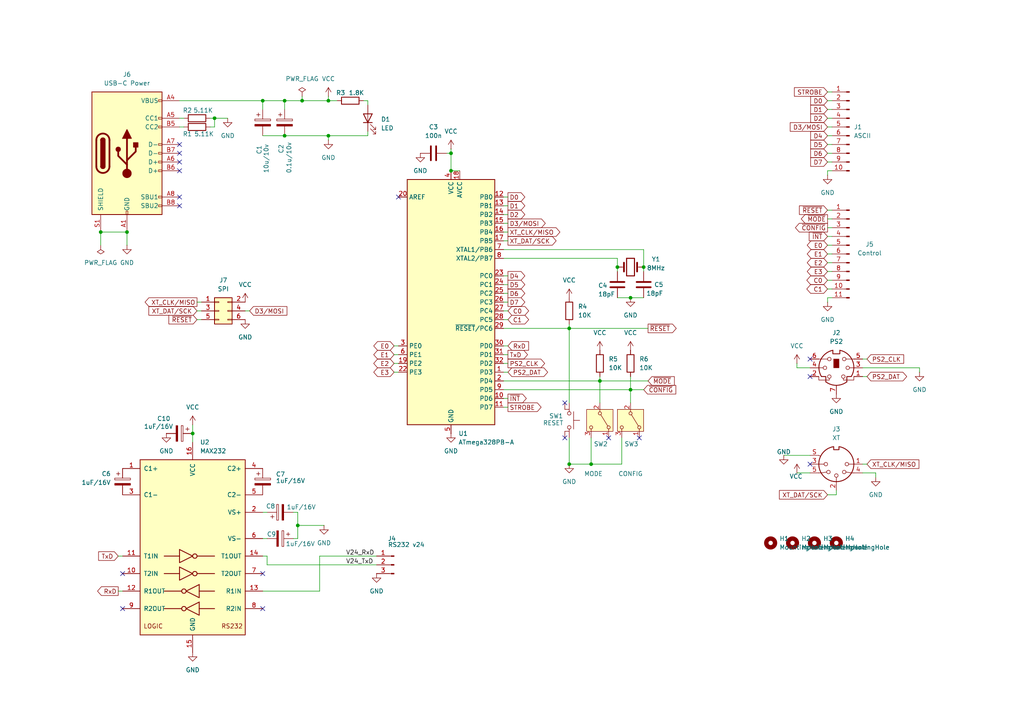
<source format=kicad_sch>
(kicad_sch (version 20250114) (generator "eeschema") (generator_version "9.0")
  (paper "A4")
  (title_block (title "PS/2 to ascii keyboard converter") (rev "0.1") (company "Copyright 2025, Sporos Tech, Peter de Vroomen") (comment 1 "with pstwo2ascii. If not, see https://www.gnu.org/licenses/") (comment 2 "You should have received a copy of the GNU General Public License along ") (comment 3 "Licensed under GPLv3") (comment 4 "pstwo2ascii"))
  (lib_symbols
    (symbol "Connector:Conn_01x03_Pin" (pin_names (offset 1.016) (hide yes))
      (property "Reference" "J" (at 0 5.08 0))
      (property "Value" "Conn_01x03_Pin" (at 0 -5.08 0))
      (symbol "Conn_01x03_Pin_1_1"
        (pin passive line (at 5.08 2.54 180) (length 3.81) (name "Pin_1") (number "1"))
        (pin passive line (at 5.08 0 180) (length 3.81) (name "Pin_2") (number "2"))
        (pin passive line (at 5.08 -2.54 180) (length 3.81) (name "Pin_3") (number "3"))
      )
    )
    (symbol "Connector:Conn_01x10_Pin" (pin_names (offset 1.016) (hide yes))
      (property "Reference" "J" (at 0 12.7 0))
      (property "Value" "Conn_01x10_Pin" (at 0 -15.24 0))
      (symbol "Conn_01x10_Pin_1_1"
        (pin passive line (at 5.08 10.16 180) (length 3.81) (name "Pin_1") (number "1"))
        (pin passive line (at 5.08 7.62 180) (length 3.81) (name "Pin_2") (number "2"))
        (pin passive line (at 5.08 5.08 180) (length 3.81) (name "Pin_3") (number "3"))
        (pin passive line (at 5.08 2.54 180) (length 3.81) (name "Pin_4") (number "4"))
        (pin passive line (at 5.08 0 180) (length 3.81) (name "Pin_5") (number "5"))
        (pin passive line (at 5.08 -2.54 180) (length 3.81) (name "Pin_6") (number "6"))
        (pin passive line (at 5.08 -5.08 180) (length 3.81) (name "Pin_7") (number "7"))
        (pin passive line (at 5.08 -7.62 180) (length 3.81) (name "Pin_8") (number "8"))
        (pin passive line (at 5.08 -10.16 180) (length 3.81) (name "Pin_9") (number "9"))
        (pin passive line (at 5.08 -12.7 180) (length 3.81) (name "Pin_10") (number "10"))
      )
    )
    (symbol "Connector:Conn_01x11_Pin" (pin_names (offset 1.016) (hide yes))
      (property "Reference" "J" (at 0 15.24 0))
      (property "Value" "Conn_01x11_Pin" (at 0 -15.24 0))
      (symbol "Conn_01x11_Pin_1_1"
        (pin passive line (at 5.08 12.7 180) (length 3.81) (name "Pin_1") (number "1"))
        (pin passive line (at 5.08 10.16 180) (length 3.81) (name "Pin_2") (number "2"))
        (pin passive line (at 5.08 7.62 180) (length 3.81) (name "Pin_3") (number "3"))
        (pin passive line (at 5.08 5.08 180) (length 3.81) (name "Pin_4") (number "4"))
        (pin passive line (at 5.08 2.54 180) (length 3.81) (name "Pin_5") (number "5"))
        (pin passive line (at 5.08 0 180) (length 3.81) (name "Pin_6") (number "6"))
        (pin passive line (at 5.08 -2.54 180) (length 3.81) (name "Pin_7") (number "7"))
        (pin passive line (at 5.08 -5.08 180) (length 3.81) (name "Pin_8") (number "8"))
        (pin passive line (at 5.08 -7.62 180) (length 3.81) (name "Pin_9") (number "9"))
        (pin passive line (at 5.08 -10.16 180) (length 3.81) (name "Pin_10") (number "10"))
        (pin passive line (at 5.08 -12.7 180) (length 3.81) (name "Pin_11") (number "11"))
      )
    )
    (symbol "Connector:DIN-5_180degree" (pin_names (offset 1.016))
      (property "Reference" "J" (at 3.175 5.715 0))
      (property "Value" "DIN-5_180degree" (at 0 -6.35 0))
      (symbol "DIN-5_180degree_1_1"
        (pin passive line (at -7.62 2.54 0) (length 2.54) (name "~") (number "4"))
        (pin passive line (at -7.62 0 0) (length 2.54) (name "~") (number "1"))
        (pin passive line (at 0 7.62 270) (length 2.54) (name "~") (number "2"))
        (pin passive line (at 7.62 2.54 180) (length 2.54) (name "~") (number "5"))
        (pin passive line (at 7.62 0 180) (length 2.54) (name "~") (number "3"))
        (pin passive line (at 7.62 -2.54 180) (length 2.54) (name "~") (number "S"))
      )
    )
    (symbol "Connector:USB_C_Receptacle_USB2.0_16P" (pin_names (offset 1.016))
      (property "Reference" "J" (at 0 22.225 0))
      (property "Value" "USB_C_Receptacle_USB2.0_16P" (at 0 19.685 0))
      (symbol "USB_C_Receptacle_USB2.0_16P_1_1"
        (pin passive line (at -7.62 -22.86 90) (length 5.08) (name "SHIELD") (number "S1"))
        (pin passive line (at 0 -22.86 90) (length 5.08) (name "GND") (number "A1"))
        (pin passive line (at 0 -22.86 90) (length 5.08) (hide yes) (name "GND") (number "A12"))
        (pin passive line (at 0 -22.86 90) (length 5.08) (hide yes) (name "GND") (number "B1"))
        (pin passive line (at 0 -22.86 90) (length 5.08) (hide yes) (name "GND") (number "B12"))
        (pin passive line (at 15.24 15.24 180) (length 5.08) (name "VBUS") (number "A4"))
        (pin passive line (at 15.24 15.24 180) (length 5.08) (hide yes) (name "VBUS") (number "A9"))
        (pin passive line (at 15.24 15.24 180) (length 5.08) (hide yes) (name "VBUS") (number "B4"))
        (pin passive line (at 15.24 15.24 180) (length 5.08) (hide yes) (name "VBUS") (number "B9"))
        (pin bidirectional line (at 15.24 10.16 180) (length 5.08) (name "CC1") (number "A5"))
        (pin bidirectional line (at 15.24 7.62 180) (length 5.08) (name "CC2") (number "B5"))
        (pin bidirectional line (at 15.24 2.54 180) (length 5.08) (name "D-") (number "A7"))
        (pin bidirectional line (at 15.24 0 180) (length 5.08) (name "D-") (number "B7"))
        (pin bidirectional line (at 15.24 -2.54 180) (length 5.08) (name "D+") (number "A6"))
        (pin bidirectional line (at 15.24 -5.08 180) (length 5.08) (name "D+") (number "B6"))
        (pin bidirectional line (at 15.24 -12.7 180) (length 5.08) (name "SBU1") (number "A8"))
        (pin bidirectional line (at 15.24 -15.24 180) (length 5.08) (name "SBU2") (number "B8"))
      )
    )
    (symbol "Connector_Generic:Conn_02x03_Odd_Even" (pin_names (offset 1.016) (hide yes))
      (property "Reference" "J" (at 1.27 5.08 0))
      (property "Value" "Conn_02x03_Odd_Even" (at 1.27 -5.08 0))
      (symbol "Conn_02x03_Odd_Even_1_1"
        (pin passive line (at -5.08 2.54 0) (length 3.81) (name "Pin_1") (number "1"))
        (pin passive line (at -5.08 0 0) (length 3.81) (name "Pin_3") (number "3"))
        (pin passive line (at -5.08 -2.54 0) (length 3.81) (name "Pin_5") (number "5"))
        (pin passive line (at 7.62 2.54 180) (length 3.81) (name "Pin_2") (number "2"))
        (pin passive line (at 7.62 0 180) (length 3.81) (name "Pin_4") (number "4"))
        (pin passive line (at 7.62 -2.54 180) (length 3.81) (name "Pin_6") (number "6"))
      )
    )
    (symbol "Device:C" (pin_numbers (hide yes)) (pin_names (offset 0.254))
      (property "Reference" "C" (at 0.635 2.54 0))
      (property "Value" "C" (at 0.635 -2.54 0))
      (symbol "C_1_1"
        (pin passive line (at 0 3.81 270) (length 2.794) (name "~") (number "1"))
        (pin passive line (at 0 -3.81 90) (length 2.794) (name "~") (number "2"))
      )
    )
    (symbol "Device:C_Polarized" (pin_numbers (hide yes)) (pin_names (offset 0.254))
      (property "Reference" "C" (at 0.635 2.54 0))
      (property "Value" "C_Polarized" (at 0.635 -2.54 0))
      (symbol "C_Polarized_1_1"
        (pin passive line (at 0 3.81 270) (length 2.794) (name "~") (number "1"))
        (pin passive line (at 0 -3.81 90) (length 2.794) (name "~") (number "2"))
      )
    )
    (symbol "Device:Crystal" (pin_numbers (hide yes)) (pin_names (offset 1.016) (hide yes))
      (property "Reference" "Y" (at 0 3.81 0))
      (property "Value" "Crystal" (at 0 -3.81 0))
      (symbol "Crystal_1_1"
        (pin passive line (at -3.81 0 0) (length 1.27) (name "1") (number "1"))
        (pin passive line (at 3.81 0 180) (length 1.27) (name "2") (number "2"))
      )
    )
    (symbol "Device:LED" (pin_numbers (hide yes)) (pin_names (offset 1.016) (hide yes))
      (property "Reference" "D" (at 0 2.54 0))
      (property "Value" "LED" (at 0 -2.54 0))
      (symbol "LED_1_1"
        (pin passive line (at -3.81 0 0) (length 2.54) (name "K") (number "1"))
        (pin passive line (at 3.81 0 180) (length 2.54) (name "A") (number "2"))
      )
    )
    (symbol "Device:R" (pin_numbers (hide yes)) (pin_names (offset 0))
      (property "Reference" "R" (at 2.032 0 90))
      (property "Value" "R" (at 0 0 90))
      (symbol "R_1_1"
        (pin passive line (at 0 3.81 270) (length 1.27) (name "~") (number "1"))
        (pin passive line (at 0 -3.81 90) (length 1.27) (name "~") (number "2"))
      )
    )
    (symbol "Interface_UART:MAX232" (pin_names (offset 1.016))
      (property "Reference" "U" (at -2.54 28.575 0))
      (property "Value" "MAX232" (at -2.54 26.67 0))
      (symbol "MAX232_0_0"
        (text "LOGIC" (at -11.43 -22.86 0) (effects (font (size 1.27 1.27))))
        (text "RS232" (at 11.43 -22.86 0) (effects (font (size 1.27 1.27))))
      )
      (symbol "MAX232_1_1"
        (pin passive line (at -20.32 22.86 0) (length 5.08) (name "C1+") (number "1"))
        (pin passive line (at -20.32 15.24 0) (length 5.08) (name "C1-") (number "3"))
        (pin input line (at -20.32 -2.54 0) (length 5.08) (name "T1IN") (number "11"))
        (pin input line (at -20.32 -7.62 0) (length 5.08) (name "T2IN") (number "10"))
        (pin output line (at -20.32 -12.7 0) (length 5.08) (name "R1OUT") (number "12"))
        (pin output line (at -20.32 -17.78 0) (length 5.08) (name "R2OUT") (number "9"))
        (pin power_in line (at 0 30.48 270) (length 5.08) (name "VCC") (number "16"))
        (pin power_in line (at 0 -30.48 90) (length 5.08) (name "GND") (number "15"))
        (pin passive line (at 20.32 22.86 180) (length 5.08) (name "C2+") (number "4"))
        (pin passive line (at 20.32 15.24 180) (length 5.08) (name "C2-") (number "5"))
        (pin power_out line (at 20.32 10.16 180) (length 5.08) (name "VS+") (number "2"))
        (pin power_out line (at 20.32 2.54 180) (length 5.08) (name "VS-") (number "6"))
        (pin output line (at 20.32 -2.54 180) (length 5.08) (name "T1OUT") (number "14"))
        (pin output line (at 20.32 -7.62 180) (length 5.08) (name "T2OUT") (number "7"))
        (pin input line (at 20.32 -12.7 180) (length 5.08) (name "R1IN") (number "13"))
        (pin input line (at 20.32 -17.78 180) (length 5.08) (name "R2IN") (number "8"))
      )
    )
    (symbol "MCU_Microchip_ATmega:ATmega328PB-A"
      (property "Reference" "U" (at -12.7 36.83 0))
      (property "Value" "ATmega328PB-A" (at 2.54 -36.83 0))
      (symbol "ATmega328PB-A_1_1"
        (pin passive line (at -15.24 30.48 0) (length 2.54) (name "AREF") (number "20"))
        (pin bidirectional line (at -15.24 -12.7 0) (length 2.54) (name "PE0") (number "3"))
        (pin bidirectional line (at -15.24 -15.24 0) (length 2.54) (name "PE1") (number "6"))
        (pin bidirectional line (at -15.24 -17.78 0) (length 2.54) (name "PE2") (number "19"))
        (pin bidirectional line (at -15.24 -20.32 0) (length 2.54) (name "PE3") (number "22"))
        (pin power_in line (at 0 38.1 270) (length 2.54) (name "VCC") (number "4"))
        (pin passive line (at 0 -38.1 90) (length 2.54) (hide yes) (name "GND") (number "21"))
        (pin power_in line (at 0 -38.1 90) (length 2.54) (name "GND") (number "5"))
        (pin power_in line (at 2.54 38.1 270) (length 2.54) (name "AVCC") (number "18"))
        (pin bidirectional line (at 15.24 30.48 180) (length 2.54) (name "PB0") (number "12"))
        (pin bidirectional line (at 15.24 27.94 180) (length 2.54) (name "PB1") (number "13"))
        (pin bidirectional line (at 15.24 25.4 180) (length 2.54) (name "PB2") (number "14"))
        (pin bidirectional line (at 15.24 22.86 180) (length 2.54) (name "PB3") (number "15"))
        (pin bidirectional line (at 15.24 20.32 180) (length 2.54) (name "PB4") (number "16"))
        (pin bidirectional line (at 15.24 17.78 180) (length 2.54) (name "PB5") (number "17"))
        (pin bidirectional line (at 15.24 15.24 180) (length 2.54) (name "XTAL1/PB6") (number "7"))
        (pin bidirectional line (at 15.24 12.7 180) (length 2.54) (name "XTAL2/PB7") (number "8"))
        (pin bidirectional line (at 15.24 7.62 180) (length 2.54) (name "PC0") (number "23"))
        (pin bidirectional line (at 15.24 5.08 180) (length 2.54) (name "PC1") (number "24"))
        (pin bidirectional line (at 15.24 2.54 180) (length 2.54) (name "PC2") (number "25"))
        (pin bidirectional line (at 15.24 0 180) (length 2.54) (name "PC3") (number "26"))
        (pin bidirectional line (at 15.24 -2.54 180) (length 2.54) (name "PC4") (number "27"))
        (pin bidirectional line (at 15.24 -5.08 180) (length 2.54) (name "PC5") (number "28"))
        (pin bidirectional line (at 15.24 -7.62 180) (length 2.54) (name "~{RESET}/PC6") (number "29"))
        (pin bidirectional line (at 15.24 -12.7 180) (length 2.54) (name "PD0") (number "30"))
        (pin bidirectional line (at 15.24 -15.24 180) (length 2.54) (name "PD1") (number "31"))
        (pin bidirectional line (at 15.24 -17.78 180) (length 2.54) (name "PD2") (number "32"))
        (pin bidirectional line (at 15.24 -20.32 180) (length 2.54) (name "PD3") (number "1"))
        (pin bidirectional line (at 15.24 -22.86 180) (length 2.54) (name "PD4") (number "2"))
        (pin bidirectional line (at 15.24 -25.4 180) (length 2.54) (name "PD5") (number "9"))
        (pin bidirectional line (at 15.24 -27.94 180) (length 2.54) (name "PD6") (number "10"))
        (pin bidirectional line (at 15.24 -30.48 180) (length 2.54) (name "PD7") (number "11"))
      )
    )
    (symbol "Mechanical:MountingHole" (pin_names (offset 1.016)) (exclude_from_sim yes) (in_bom no)
      (property "Reference" "H" (at 0 5.08 0))
      (property "Value" "MountingHole" (at 0 3.175 0))
    )
    (symbol "Sporos_Tech:Mini-DIN-6-alt" (pin_names (offset 1.016))
      (property "Reference" "J" (at 0 6.35 0))
      (property "Value" "Mini-DIN-6-alt" (at 0.254 -6.096 0))
      (symbol "Mini-DIN-6-alt_1_1"
        (pin passive line (at -7.62 2.54 0) (length 2.54) (name "~") (number "6"))
        (pin passive line (at -7.62 0 0) (length 2.54) (name "~") (number "4"))
        (pin passive line (at -7.62 -2.54 0) (length 2.54) (name "~") (number "2"))
        (pin passive line (at 0 -7.62 90) (length 2.54) (name "") (number "7"))
        (pin passive line (at 7.62 2.54 180) (length 2.54) (name "~") (number "5"))
        (pin passive line (at 7.62 0 180) (length 2.54) (name "~") (number "3"))
        (pin passive line (at 7.62 -2.54 180) (length 2.54) (name "~") (number "1"))
      )
    )
    (symbol "Sporos_Tech:SW_Push_4P" (pin_numbers (hide yes)) (pin_names (offset 1.016) (hide yes))
      (property "Reference" "SW" (at 1.27 2.54 0))
      (property "Value" "SW_Push" (at 0 -4.826 0))
      (symbol "SW_Push_4P_1_1"
        (pin passive line (at -5.08 0 0) (length 2.54) (name "1") (number "1"))
        (pin passive line (at -5.08 -1.27 0) (length 1.905) (name "2") (number "2"))
        (pin passive line (at 5.08 0 180) (length 2.54) (name "3") (number "3"))
        (pin passive line (at 5.08 -1.27 180) (length 1.905) (name "4") (number "4"))
      )
    )
    (symbol "Switch:SW_SPDT" (pin_names (offset 0) (hide yes))
      (property "Reference" "SW" (at 0 5.08 0))
      (property "Value" "SW_SPDT" (at 0 -5.08 0))
      (symbol "SW_SPDT_1_1"
        (pin passive line (at -5.08 0 0) (length 2.54) (name "B") (number "2"))
        (pin passive line (at 5.08 2.54 180) (length 2.54) (name "A") (number "1"))
        (pin passive line (at 5.08 -2.54 180) (length 2.54) (name "C") (number "3"))
      )
    )
    (symbol "power:GND" (power) (pin_numbers (hide yes)) (pin_names (offset 0) (hide yes))
      (property "Value" "GND" (at 0 -3.81 0))
      (symbol "GND_1_1"
        (pin power_in line (at 0 0 270) (length 0) (name "~") (number "1"))
      )
    )
    (symbol "power:PWR_FLAG" (power) (pin_numbers (hide yes)) (pin_names (offset 0) (hide yes))
      (property "Value" "PWR_FLAG" (at 0 3.81 0))
      (symbol "PWR_FLAG_0_0"
        (pin power_out line (at 0 0 90) (length 0) (name "~") (number "1"))
      )
    )
    (symbol "power:VCC" (power) (pin_numbers (hide yes)) (pin_names (offset 0) (hide yes))
      (property "Value" "VCC" (at 0 3.556 0))
      (symbol "VCC_1_1"
        (pin power_in line (at 0 0 90) (length 0) (name "~") (number "1"))
      )
    )
  )
  (junction (at 55.88 125.73))
  (junction (at 165.1 95.25))
  (junction (at 173.99 110.49))
  (junction (at 82.55 29.21))
  (junction (at 95.25 29.21))
  (junction (at 130.81 44.45))
  (junction (at 29.21 67.31))
  (junction (at 82.55 39.37))
  (junction (at 86.36 152.4))
  (junction (at 186.69 77.47))
  (junction (at 95.25 39.37))
  (junction (at 62.23 34.29))
  (junction (at 165.1 134.62))
  (junction (at 87.63 29.21))
  (junction (at 182.88 113.03))
  (junction (at 36.83 67.31))
  (junction (at 179.07 77.47))
  (junction (at 76.2 29.21))
  (junction (at 182.88 86.36))
  (junction (at 171.45 134.62))
  (junction (at 130.81 49.53))
  (no_connect (at 163.83 127))
  (no_connect (at 163.83 116.84))
  (no_connect (at 185.42 127))
  (no_connect (at 35.56 166.37))
  (no_connect (at 234.95 109.22))
  (no_connect (at 115.57 57.15))
  (no_connect (at 52.07 59.69))
  (no_connect (at 35.56 176.53))
  (no_connect (at 52.07 44.45))
  (no_connect (at 234.95 104.14))
  (no_connect (at 52.07 46.99))
  (no_connect (at 76.2 166.37))
  (no_connect (at 76.2 176.53))
  (no_connect (at 52.07 49.53))
  (no_connect (at 176.53 127))
  (no_connect (at 52.07 57.15))
  (no_connect (at 234.95 134.62))
  (no_connect (at 52.07 41.91))
  (wire (pts (xy 231.14 106.68) (xy 231.14 105.41)))
  (wire (pts (xy 106.68 38.1) (xy 106.68 39.37)))
  (wire (pts (xy 52.07 29.21) (xy 76.2 29.21)))
  (wire (pts (xy 76.2 161.29) (xy 77.47 161.29)))
  (wire (pts (xy 240.03 34.29) (xy 241.3 34.29)))
  (wire (pts (xy 146.05 64.77) (xy 147.32 64.77)))
  (wire (pts (xy 105.41 29.21) (xy 106.68 29.21)))
  (wire (pts (xy 171.45 134.62) (xy 180.34 134.62)))
  (wire (pts (xy 86.36 152.4) (xy 86.36 148.59)))
  (wire (pts (xy 146.05 118.11) (xy 147.32 118.11)))
  (wire (pts (xy 95.25 39.37) (xy 95.25 40.64)))
  (wire (pts (xy 165.1 127) (xy 165.1 134.62)))
  (wire (pts (xy 240.03 143.51) (xy 242.57 143.51)))
  (wire (pts (xy 76.2 171.45) (xy 92.71 171.45)))
  (wire (pts (xy 146.05 100.33) (xy 147.32 100.33)))
  (wire (pts (xy 95.25 39.37) (xy 82.55 39.37)))
  (wire (pts (xy 114.3 100.33) (xy 115.57 100.33)))
  (wire (pts (xy 114.3 102.87) (xy 115.57 102.87)))
  (wire (pts (xy 87.63 29.21) (xy 95.25 29.21)))
  (wire (pts (xy 77.47 163.83) (xy 109.22 163.83)))
  (wire (pts (xy 146.05 115.57) (xy 147.32 115.57)))
  (wire (pts (xy 171.45 127) (xy 171.45 134.62)))
  (wire (pts (xy 186.69 72.39) (xy 186.69 77.47)))
  (wire (pts (xy 241.3 49.53) (xy 240.03 49.53)))
  (wire (pts (xy 240.03 86.36) (xy 240.03 87.63)))
  (wire (pts (xy 52.07 34.29) (xy 53.34 34.29)))
  (wire (pts (xy 34.29 171.45) (xy 35.56 171.45)))
  (wire (pts (xy 266.7 106.68) (xy 266.7 107.95)))
  (wire (pts (xy 146.05 95.25) (xy 165.1 95.25)))
  (wire (pts (xy 146.05 67.31) (xy 147.32 67.31)))
  (wire (pts (xy 240.03 60.96) (xy 241.3 60.96)))
  (wire (pts (xy 240.03 66.04) (xy 241.3 66.04)))
  (wire (pts (xy 240.03 41.91) (xy 241.3 41.91)))
  (wire (pts (xy 130.81 49.53) (xy 133.35 49.53)))
  (wire (pts (xy 130.81 43.18) (xy 130.81 44.45)))
  (wire (pts (xy 250.19 134.62) (xy 251.46 134.62)))
  (wire (pts (xy 240.03 76.2) (xy 241.3 76.2)))
  (wire (pts (xy 146.05 102.87) (xy 147.32 102.87)))
  (wire (pts (xy 146.05 113.03) (xy 182.88 113.03)))
  (wire (pts (xy 146.05 105.41) (xy 147.32 105.41)))
  (wire (pts (xy 62.23 36.83) (xy 60.96 36.83)))
  (wire (pts (xy 146.05 110.49) (xy 173.99 110.49)))
  (wire (pts (xy 173.99 109.22) (xy 173.99 110.49)))
  (wire (pts (xy 86.36 152.4) (xy 93.98 152.4)))
  (wire (pts (xy 76.2 148.59) (xy 77.47 148.59)))
  (wire (pts (xy 146.05 74.93) (xy 179.07 74.93)))
  (wire (pts (xy 179.07 74.93) (xy 179.07 77.47)))
  (wire (pts (xy 165.1 116.84) (xy 165.1 95.25)))
  (wire (pts (xy 34.29 161.29) (xy 35.56 161.29)))
  (wire (pts (xy 129.54 44.45) (xy 130.81 44.45)))
  (wire (pts (xy 234.95 137.16) (xy 231.14 137.16)))
  (wire (pts (xy 146.05 107.95) (xy 147.32 107.95)))
  (wire (pts (xy 77.47 161.29) (xy 77.47 163.83)))
  (wire (pts (xy 57.15 92.71) (xy 58.42 92.71)))
  (wire (pts (xy 179.07 77.47) (xy 179.07 78.74)))
  (wire (pts (xy 106.68 29.21) (xy 106.68 30.48)))
  (wire (pts (xy 240.03 83.82) (xy 241.3 83.82)))
  (wire (pts (xy 240.03 26.67) (xy 241.3 26.67)))
  (wire (pts (xy 55.88 125.73) (xy 55.88 128.27)))
  (wire (pts (xy 240.03 63.5) (xy 241.3 63.5)))
  (wire (pts (xy 52.07 36.83) (xy 53.34 36.83)))
  (wire (pts (xy 146.05 57.15) (xy 147.32 57.15)))
  (wire (pts (xy 173.99 110.49) (xy 187.96 110.49)))
  (wire (pts (xy 227.33 132.08) (xy 234.95 132.08)))
  (wire (pts (xy 234.95 106.68) (xy 231.14 106.68)))
  (wire (pts (xy 240.03 78.74) (xy 241.3 78.74)))
  (wire (pts (xy 29.21 67.31) (xy 36.83 67.31)))
  (wire (pts (xy 106.68 39.37) (xy 95.25 39.37)))
  (wire (pts (xy 146.05 82.55) (xy 147.32 82.55)))
  (wire (pts (xy 146.05 62.23) (xy 147.32 62.23)))
  (wire (pts (xy 146.05 80.01) (xy 147.32 80.01)))
  (wire (pts (xy 146.05 69.85) (xy 147.32 69.85)))
  (wire (pts (xy 240.03 81.28) (xy 241.3 81.28)))
  (wire (pts (xy 240.03 68.58) (xy 241.3 68.58)))
  (wire (pts (xy 250.19 106.68) (xy 266.7 106.68)))
  (wire (pts (xy 86.36 152.4) (xy 86.36 156.21)))
  (wire (pts (xy 165.1 93.98) (xy 165.1 95.25)))
  (wire (pts (xy 182.88 113.03) (xy 182.88 116.84)))
  (wire (pts (xy 250.19 137.16) (xy 254 137.16)))
  (wire (pts (xy 114.3 107.95) (xy 115.57 107.95)))
  (wire (pts (xy 240.03 31.75) (xy 241.3 31.75)))
  (wire (pts (xy 76.2 29.21) (xy 76.2 31.75)))
  (wire (pts (xy 182.88 86.36) (xy 186.69 86.36)))
  (wire (pts (xy 254 137.16) (xy 254 138.43)))
  (wire (pts (xy 146.05 90.17) (xy 147.32 90.17)))
  (wire (pts (xy 173.99 110.49) (xy 173.99 116.84)))
  (wire (pts (xy 240.03 44.45) (xy 241.3 44.45)))
  (wire (pts (xy 86.36 148.59) (xy 85.09 148.59)))
  (wire (pts (xy 240.03 46.99) (xy 241.3 46.99)))
  (wire (pts (xy 146.05 87.63) (xy 147.32 87.63)))
  (wire (pts (xy 186.69 77.47) (xy 186.69 78.74)))
  (wire (pts (xy 130.81 44.45) (xy 130.81 49.53)))
  (wire (pts (xy 55.88 123.19) (xy 55.88 125.73)))
  (wire (pts (xy 95.25 29.21) (xy 95.25 27.94)))
  (wire (pts (xy 36.83 71.12) (xy 36.83 67.31)))
  (wire (pts (xy 82.55 29.21) (xy 87.63 29.21)))
  (wire (pts (xy 60.96 34.29) (xy 62.23 34.29)))
  (wire (pts (xy 62.23 34.29) (xy 62.23 36.83)))
  (wire (pts (xy 114.3 105.41) (xy 115.57 105.41)))
  (wire (pts (xy 87.63 27.94) (xy 87.63 29.21)))
  (wire (pts (xy 240.03 29.21) (xy 241.3 29.21)))
  (wire (pts (xy 29.21 67.31) (xy 29.21 71.12)))
  (wire (pts (xy 86.36 156.21) (xy 85.09 156.21)))
  (wire (pts (xy 92.71 161.29) (xy 109.22 161.29)))
  (wire (pts (xy 182.88 113.03) (xy 186.69 113.03)))
  (wire (pts (xy 165.1 134.62) (xy 171.45 134.62)))
  (wire (pts (xy 250.19 104.14) (xy 251.46 104.14)))
  (wire (pts (xy 240.03 39.37) (xy 241.3 39.37)))
  (wire (pts (xy 57.15 87.63) (xy 58.42 87.63)))
  (wire (pts (xy 76.2 156.21) (xy 77.47 156.21)))
  (wire (pts (xy 242.57 143.51) (xy 242.57 142.24)))
  (wire (pts (xy 146.05 59.69) (xy 147.32 59.69)))
  (wire (pts (xy 240.03 73.66) (xy 241.3 73.66)))
  (wire (pts (xy 146.05 72.39) (xy 186.69 72.39)))
  (wire (pts (xy 240.03 36.83) (xy 241.3 36.83)))
  (wire (pts (xy 146.05 85.09) (xy 147.32 85.09)))
  (wire (pts (xy 76.2 29.21) (xy 82.55 29.21)))
  (wire (pts (xy 76.2 39.37) (xy 82.55 39.37)))
  (wire (pts (xy 179.07 86.36) (xy 182.88 86.36)))
  (wire (pts (xy 165.1 95.25) (xy 187.96 95.25)))
  (wire (pts (xy 82.55 29.21) (xy 82.55 31.75)))
  (wire (pts (xy 71.12 90.17) (xy 72.39 90.17)))
  (wire (pts (xy 182.88 109.22) (xy 182.88 113.03)))
  (wire (pts (xy 62.23 34.29) (xy 66.04 34.29)))
  (wire (pts (xy 240.03 71.12) (xy 241.3 71.12)))
  (wire (pts (xy 95.25 29.21) (xy 97.79 29.21)))
  (wire (pts (xy 250.19 109.22) (xy 251.46 109.22)))
  (wire (pts (xy 180.34 127) (xy 180.34 134.62)))
  (wire (pts (xy 146.05 92.71) (xy 147.32 92.71)))
  (wire (pts (xy 240.03 49.53) (xy 240.03 50.8)))
  (wire (pts (xy 241.3 86.36) (xy 240.03 86.36)))
  (wire (pts (xy 57.15 90.17) (xy 58.42 90.17)))
  (wire (pts (xy 92.71 171.45) (xy 92.71 161.29)))
  (label "V24_TxD" (at 100.33 163.83 0))
  (label "V24_RxD" (at 100.33 161.29 0))
  (global_label "D4" (shape input) (at 240.03 39.37 180) (property "Intersheetrefs" "${INTERSHEET_REFS}" (effects (hide yes))))
  (global_label "RxD" (shape output) (at 34.29 171.45 180) (property "Intersheetrefs" "${INTERSHEET_REFS}" (effects (hide yes))))
  (global_label "D5" (shape input) (at 240.03 41.91 180) (property "Intersheetrefs" "${INTERSHEET_REFS}" (effects (hide yes))))
  (global_label "E1" (shape bidirectional) (at 240.03 73.66 180) (property "Intersheetrefs" "${INTERSHEET_REFS}" (effects (hide yes))))
  (global_label "PS2_DAT" (shape bidirectional) (at 251.46 109.22 0) (property "Intersheetrefs" "${INTERSHEET_REFS}" (effects (hide yes))))
  (global_label "~{INT}" (shape output) (at 147.32 115.57 0) (property "Intersheetrefs" "${INTERSHEET_REFS}" (effects (hide yes))))
  (global_label "D6" (shape output) (at 147.32 85.09 0) (property "Intersheetrefs" "${INTERSHEET_REFS}" (effects (hide yes))))
  (global_label "XT_DAT{slash}SCK" (shape output) (at 147.32 69.85 0) (property "Intersheetrefs" "${INTERSHEET_REFS}" (effects (hide yes))))
  (global_label "~{MODE}" (shape input) (at 187.96 110.49 0) (property "Intersheetrefs" "${INTERSHEET_REFS}" (effects (hide yes))))
  (global_label "~{MODE}" (shape output) (at 240.03 63.5 180) (property "Intersheetrefs" "${INTERSHEET_REFS}" (effects (hide yes))))
  (global_label "E3" (shape bidirectional) (at 240.03 78.74 180) (property "Intersheetrefs" "${INTERSHEET_REFS}" (effects (hide yes))))
  (global_label "C0" (shape bidirectional) (at 147.32 90.17 0) (property "Intersheetrefs" "${INTERSHEET_REFS}" (effects (hide yes))))
  (global_label "D5" (shape output) (at 147.32 82.55 0) (property "Intersheetrefs" "${INTERSHEET_REFS}" (effects (hide yes))))
  (global_label "~{CONFIG}" (shape output) (at 240.03 66.04 180) (property "Intersheetrefs" "${INTERSHEET_REFS}" (effects (hide yes))))
  (global_label "~{CONFIG}" (shape input) (at 186.69 113.03 0) (property "Intersheetrefs" "${INTERSHEET_REFS}" (effects (hide yes))))
  (global_label "~{INT}" (shape input) (at 240.03 68.58 180) (property "Intersheetrefs" "${INTERSHEET_REFS}" (effects (hide yes))))
  (global_label "E2" (shape bidirectional) (at 114.3 105.41 180) (property "Intersheetrefs" "${INTERSHEET_REFS}" (effects (hide yes))))
  (global_label "TxD" (shape input) (at 34.29 161.29 180) (property "Intersheetrefs" "${INTERSHEET_REFS}" (effects (hide yes))))
  (global_label "D3{slash}MOSI" (shape input) (at 240.03 36.83 180) (property "Intersheetrefs" "${INTERSHEET_REFS}" (effects (hide yes))))
  (global_label "XT_DAT{slash}SCK" (shape input) (at 57.15 90.17 180) (property "Intersheetrefs" "${INTERSHEET_REFS}" (effects (hide yes))))
  (global_label "C0" (shape bidirectional) (at 240.03 81.28 180) (property "Intersheetrefs" "${INTERSHEET_REFS}" (effects (hide yes))))
  (global_label "D2" (shape output) (at 147.32 62.23 0) (property "Intersheetrefs" "${INTERSHEET_REFS}" (effects (hide yes))))
  (global_label "~{RESET}" (shape input) (at 57.15 92.71 180) (property "Intersheetrefs" "${INTERSHEET_REFS}" (effects (hide yes))))
  (global_label "PS2_CLK" (shape output) (at 147.32 105.41 0) (property "Intersheetrefs" "${INTERSHEET_REFS}" (effects (hide yes))))
  (global_label "D3{slash}MOSI" (shape output) (at 147.32 64.77 0) (property "Intersheetrefs" "${INTERSHEET_REFS}" (effects (hide yes))))
  (global_label "C1" (shape bidirectional) (at 240.03 83.82 180) (property "Intersheetrefs" "${INTERSHEET_REFS}" (effects (hide yes))))
  (global_label "~{RESET}" (shape input) (at 240.03 60.96 180) (property "Intersheetrefs" "${INTERSHEET_REFS}" (effects (hide yes))))
  (global_label "~{RESET}" (shape output) (at 187.96 95.25 0) (property "Intersheetrefs" "${INTERSHEET_REFS}" (effects (hide yes))))
  (global_label "D1" (shape input) (at 240.03 31.75 180) (property "Intersheetrefs" "${INTERSHEET_REFS}" (effects (hide yes))))
  (global_label "E3" (shape bidirectional) (at 114.3 107.95 180) (property "Intersheetrefs" "${INTERSHEET_REFS}" (effects (hide yes))))
  (global_label "D0" (shape output) (at 147.32 57.15 0) (property "Intersheetrefs" "${INTERSHEET_REFS}" (effects (hide yes))))
  (global_label "D2" (shape input) (at 240.03 34.29 180) (property "Intersheetrefs" "${INTERSHEET_REFS}" (effects (hide yes))))
  (global_label "PS2_CLK" (shape input) (at 251.46 104.14 0) (property "Intersheetrefs" "${INTERSHEET_REFS}" (effects (hide yes))))
  (global_label "XT_CLK{slash}MISO" (shape output) (at 147.32 67.31 0) (property "Intersheetrefs" "${INTERSHEET_REFS}" (effects (hide yes))))
  (global_label "XT_CLK{slash}MISO" (shape output) (at 57.15 87.63 180) (property "Intersheetrefs" "${INTERSHEET_REFS}" (effects (hide yes))))
  (global_label "C1" (shape bidirectional) (at 147.32 92.71 0) (property "Intersheetrefs" "${INTERSHEET_REFS}" (effects (hide yes))))
  (global_label "STROBE" (shape input) (at 240.03 26.67 180) (property "Intersheetrefs" "${INTERSHEET_REFS}" (effects (hide yes))))
  (global_label "XT_DAT{slash}SCK" (shape input) (at 240.03 143.51 180) (property "Intersheetrefs" "${INTERSHEET_REFS}" (effects (hide yes))))
  (global_label "D6" (shape input) (at 240.03 44.45 180) (property "Intersheetrefs" "${INTERSHEET_REFS}" (effects (hide yes))))
  (global_label "D0" (shape input) (at 240.03 29.21 180) (property "Intersheetrefs" "${INTERSHEET_REFS}" (effects (hide yes))))
  (global_label "D7" (shape output) (at 147.32 87.63 0) (property "Intersheetrefs" "${INTERSHEET_REFS}" (effects (hide yes))))
  (global_label "D1" (shape output) (at 147.32 59.69 0) (property "Intersheetrefs" "${INTERSHEET_REFS}" (effects (hide yes))))
  (global_label "E1" (shape bidirectional) (at 114.3 102.87 180) (property "Intersheetrefs" "${INTERSHEET_REFS}" (effects (hide yes))))
  (global_label "D4" (shape output) (at 147.32 80.01 0) (property "Intersheetrefs" "${INTERSHEET_REFS}" (effects (hide yes))))
  (global_label "D3{slash}MOSI" (shape input) (at 72.39 90.17 0) (property "Intersheetrefs" "${INTERSHEET_REFS}" (effects (hide yes))))
  (global_label "E0" (shape bidirectional) (at 240.03 71.12 180) (property "Intersheetrefs" "${INTERSHEET_REFS}" (effects (hide yes))))
  (global_label "E2" (shape bidirectional) (at 240.03 76.2 180) (property "Intersheetrefs" "${INTERSHEET_REFS}" (effects (hide yes))))
  (global_label "TxD" (shape output) (at 147.32 102.87 0) (property "Intersheetrefs" "${INTERSHEET_REFS}" (effects (hide yes))))
  (global_label "E0" (shape bidirectional) (at 114.3 100.33 180) (property "Intersheetrefs" "${INTERSHEET_REFS}" (effects (hide yes))))
  (global_label "D7" (shape input) (at 240.03 46.99 180) (property "Intersheetrefs" "${INTERSHEET_REFS}" (effects (hide yes))))
  (global_label "STROBE" (shape output) (at 147.32 118.11 0) (property "Intersheetrefs" "${INTERSHEET_REFS}" (effects (hide yes))))
  (global_label "RxD" (shape input) (at 147.32 100.33 0) (property "Intersheetrefs" "${INTERSHEET_REFS}" (effects (hide yes))))
  (global_label "XT_CLK{slash}MISO" (shape input) (at 251.46 134.62 0) (property "Intersheetrefs" "${INTERSHEET_REFS}" (effects (hide yes))))
  (global_label "PS2_DAT" (shape bidirectional) (at 147.32 107.95 0) (property "Intersheetrefs" "${INTERSHEET_REFS}" (effects (hide yes))))
  (symbol (lib_id "Device:R") (at 182.88 105.41 0) (unit 1)
    (property "Reference" "R6" (at 185.42 104.1399 0) (effects (justify left)))
    (property "Value" "10K" (at 185.42 106.6799 0) (effects (justify left)))
    (property "Footprint" "Resistor_SMD:R_0603_1608Metric_Pad0.98x0.95mm_HandSolder" (effects (hide yes)))
    (property "Description" "Resistor" (effects (hide yes)))
  )
  (symbol (lib_id "power:PWR_FLAG") (at 29.21 71.12 180) (unit 1)
    (property "Reference" "#FLG02" (effects (hide yes)))
    (property "Value" "PWR_FLAG" (at 29.21 76.2 0))
    (property "Description" "Special symbol for telling ERC where power comes from" (effects (hide yes)))
  )
  (symbol (lib_id "power:GND") (at 240.03 50.8 0) (unit 1)
    (property "Reference" "#PWR026" (effects (hide yes)))
    (property "Value" "GND" (at 240.03 55.88 0))
    (property "Description" "Power symbol creates a global label with name \"GND\" , ground" (effects (hide yes)))
  )
  (symbol (lib_id "power:GND") (at 227.33 132.08 0) (unit 1)
    (property "Reference" "#PWR021" (effects (hide yes)))
    (property "Value" "GND" (at 227.33 131.064 0))
    (property "Description" "Power symbol creates a global label with name \"GND\" , ground" (effects (hide yes)))
  )
  (symbol (lib_id "power:GND") (at 66.04 34.29 0) (unit 1)
    (property "Reference" "#PWR017" (effects (hide yes)))
    (property "Value" "GND" (at 66.04 39.37 0))
    (property "Description" "Power symbol creates a global label with name \"GND\" , ground" (effects (hide yes)))
  )
  (symbol (lib_id "power:GND") (at 165.1 134.62 0) (unit 1)
    (property "Reference" "#PWR016" (effects (hide yes)))
    (property "Value" "GND" (at 165.1 139.7 0))
    (property "Description" "Power symbol creates a global label with name \"GND\" , ground" (effects (hide yes)))
  )
  (symbol (lib_id "power:GND") (at 36.83 71.12 0) (unit 1)
    (property "Reference" "#PWR018" (effects (hide yes)))
    (property "Value" "GND" (at 36.83 76.2 0))
    (property "Description" "Power symbol creates a global label with name \"GND\" , ground" (effects (hide yes)))
  )
  (symbol (lib_id "power:GND") (at 182.88 86.36 0) (unit 1)
    (property "Reference" "#PWR01" (effects (hide yes)))
    (property "Value" "GND" (at 182.88 91.44 0))
    (property "Description" "Power symbol creates a global label with name \"GND\" , ground" (effects (hide yes)))
  )
  (symbol (lib_id "Mechanical:MountingHole") (at 236.22 157.48 0) (unit 1) (exclude_from_sim yes) (in_bom no)
    (property "Reference" "H3" (at 238.76 156.2099 0) (effects (justify left)))
    (property "Value" "MountingHole" (at 238.76 158.7499 0) (effects (justify left)))
    (property "Footprint" "MountingHole:MountingHole_3.2mm_M3" (effects (hide yes)))
    (property "Description" "Mounting Hole without connection" (effects (hide yes)))
  )
  (symbol (lib_id "Mechanical:MountingHole") (at 223.52 157.48 0) (unit 1) (exclude_from_sim yes) (in_bom no)
    (property "Reference" "H1" (at 226.06 156.2099 0) (effects (justify left)))
    (property "Value" "MountingHole" (at 226.06 158.7499 0) (effects (justify left)))
    (property "Footprint" "MountingHole:MountingHole_3.2mm_M3" (effects (hide yes)))
    (property "Description" "Mounting Hole without connection" (effects (hide yes)))
  )
  (symbol (lib_id "power:GND") (at 95.25 40.64 0) (unit 1)
    (property "Reference" "#PWR020" (effects (hide yes)))
    (property "Value" "GND" (at 95.25 45.72 0))
    (property "Description" "Power symbol creates a global label with name \"GND\" , ground" (effects (hide yes)))
  )
  (symbol (lib_id "Device:C_Polarized") (at 81.28 156.21 270) (unit 1)
    (property "Reference" "C9" (at 78.74 154.94 90))
    (property "Value" "1uF/16V" (at 87.122 157.734 90))
    (property "Footprint" "Capacitor_Tantalum_SMD:CP_EIA-3216-12_Kemet-S_Pad1.58x1.35mm_HandSolder" (effects (hide yes)))
    (property "Description" "Polarized capacitor" (effects (hide yes)))
  )
  (symbol (lib_id "power:GND") (at 109.22 166.37 0) (unit 1)
    (property "Reference" "#PWR014" (effects (hide yes)))
    (property "Value" "GND" (at 109.22 171.45 0))
    (property "Description" "Power symbol creates a global label with name \"GND\" , ground" (effects (hide yes)))
  )
  (symbol (lib_id "Device:C_Polarized") (at 52.07 125.73 270) (unit 1)
    (property "Reference" "C10" (at 47.498 121.412 90))
    (property "Value" "1uF/16V" (at 45.974 123.698 90))
    (property "Footprint" "Capacitor_Tantalum_SMD:CP_EIA-3216-12_Kemet-S_Pad1.58x1.35mm_HandSolder" (effects (hide yes)))
    (property "Description" "Polarized capacitor" (effects (hide yes)))
  )
  (symbol (lib_id "power:PWR_FLAG") (at 87.63 27.94 0) (unit 1)
    (property "Reference" "#FLG01" (effects (hide yes)))
    (property "Value" "PWR_FLAG" (at 87.63 22.86 0))
    (property "Description" "Special symbol for telling ERC where power comes from" (effects (hide yes)))
  )
  (symbol (lib_id "Device:C_Polarized") (at 82.55 35.56 0) (unit 1)
    (property "Reference" "C2" (at 81.534 43.18 90))
    (property "Value" "0.1u/10v" (at 83.82 45.72 90))
    (property "Footprint" "Capacitor_Tantalum_SMD:CP_EIA-3216-18_Kemet-A_Pad1.58x1.35mm_HandSolder" (effects (hide yes)))
    (property "Description" "Polarized capacitor" (effects (hide yes)))
  )
  (symbol (lib_id "Device:C_Polarized") (at 76.2 139.7 0) (unit 1)
    (property "Reference" "C7" (at 80.01 137.5409 0) (effects (justify left)))
    (property "Value" "1uF/16V" (at 80.01 139.446 0) (effects (justify left)))
    (property "Footprint" "Capacitor_Tantalum_SMD:CP_EIA-3216-12_Kemet-S_Pad1.58x1.35mm_HandSolder" (effects (hide yes)))
    (property "Description" "Polarized capacitor" (effects (hide yes)))
  )
  (symbol (lib_id "power:VCC") (at 231.14 137.16 0) (unit 1)
    (property "Reference" "#PWR07" (effects (hide yes)))
    (property "Value" "VCC" (at 230.886 138.176 0))
    (property "Description" "Power symbol creates a global label with name \"VCC\"" (effects (hide yes)))
  )
  (symbol (lib_id "Connector:DIN-5_180degree") (at 242.57 134.62 180) (unit 1)
    (property "Reference" "J3" (at 242.5699 124.46 0))
    (property "Value" "XT" (at 242.5699 127 0))
    (property "Footprint" "Sporos_Tech_Footprints:DIN-5-180" (effects (hide yes)))
    (property "Datasheet" "http://www.mouser.com/ds/2/18/40_c091_abd_e-75918.pdf" (effects (hide yes)))
    (property "Description" "5-pin DIN connector (5-pin DIN-5 stereo)" (effects (hide yes)))
  )
  (symbol (lib_id "power:GND") (at 55.88 189.23 0) (unit 1)
    (property "Reference" "#PWR011" (effects (hide yes)))
    (property "Value" "GND" (at 55.88 194.31 0))
    (property "Description" "Power symbol creates a global label with name \"GND\" , ground" (effects (hide yes)))
  )
  (symbol (lib_id "power:GND") (at 93.98 152.4 0) (unit 1)
    (property "Reference" "#PWR010" (effects (hide yes)))
    (property "Value" "GND" (at 93.98 157.48 0))
    (property "Description" "Power symbol creates a global label with name \"GND\" , ground" (effects (hide yes)))
  )
  (symbol (lib_id "Device:R") (at 165.1 90.17 0) (unit 1)
    (property "Reference" "R4" (at 167.64 88.8999 0) (effects (justify left)))
    (property "Value" "10K" (at 167.64 91.4399 0) (effects (justify left)))
    (property "Footprint" "Resistor_SMD:R_0603_1608Metric_Pad0.98x0.95mm_HandSolder" (effects (hide yes)))
    (property "Description" "Resistor" (effects (hide yes)))
  )
  (symbol (lib_id "Sporos_Tech:SW_Push_4P") (at 165.1 121.92 270) (unit 1)
    (property "Reference" "SW1" (at 159.258 120.65 90) (effects (justify left)))
    (property "Value" "RESET" (at 157.48 122.682 90) (effects (justify left)))
    (property "Footprint" "Sporos_Tech_Footprints:SW_SPST_Omron_B3FS-100xP_4P" (effects (hide yes)))
    (property "Description" "Push button switch, generic, two pins" (effects (hide yes)))
  )
  (symbol (lib_id "power:VCC") (at 231.14 105.41 0) (unit 1)
    (property "Reference" "#PWR09" (effects (hide yes)))
    (property "Value" "VCC" (at 231.14 100.33 0))
    (property "Description" "Power symbol creates a global label with name \"VCC\"" (effects (hide yes)))
  )
  (symbol (lib_id "Device:R") (at 57.15 36.83 270) (unit 1)
    (property "Reference" "R1" (at 54.356 38.862 90))
    (property "Value" "5.11K" (at 59.182 38.862 90))
    (property "Footprint" "Resistor_SMD:R_0603_1608Metric_Pad0.98x0.95mm_HandSolder" (effects (hide yes)))
    (property "Description" "Resistor" (effects (hide yes)))
  )
  (symbol (lib_id "MCU_Microchip_ATmega:ATmega328PB-A") (at 130.81 87.63 0) (unit 1)
    (property "Reference" "U1" (at 132.9533 125.73 0) (effects (justify left)))
    (property "Value" "ATmega328PB-A" (at 132.9533 128.27 0) (effects (justify left)))
    (property "Footprint" "Package_QFP:TQFP-32_7x7mm_P0.8mm" (effects (hide yes)))
    (property "Datasheet" "http://ww1.microchip.com/downloads/en/DeviceDoc/40001906C.pdf" (effects (hide yes)))
    (property "Description" "20MHz, 32kB Flash, 2kB SRAM, 1kB EEPROM, TQFP-32" (effects (hide yes)))
  )
  (symbol (lib_id "Device:C") (at 186.69 82.55 0) (unit 1)
    (property "Reference" "C5" (at 189.738 82.55 0) (effects (justify left)))
    (property "Value" "18pF" (at 187.452 85.09 0) (effects (justify left)))
    (property "Footprint" "Capacitor_SMD:C_0603_1608Metric_Pad1.08x0.95mm_HandSolder" (effects (hide yes)))
    (property "Description" "Unpolarized capacitor" (effects (hide yes)))
  )
  (symbol (lib_id "Connector:Conn_01x03_Pin") (at 114.3 163.83 0) (mirror y) (unit 1)
    (property "Reference" "J4" (at 113.665 156.21 0))
    (property "Value" "RS232 v24" (at 117.856 157.988 0))
    (property "Footprint" "Connector_PinHeader_2.54mm:PinHeader_1x03_P2.54mm_Vertical" (effects (hide yes)))
    (property "Description" "Generic connector, single row, 01x03, script generated" (effects (hide yes)))
  )
  (symbol (lib_id "Device:C_Polarized") (at 76.2 35.56 0) (unit 1)
    (property "Reference" "C1" (at 75.184 43.434 90))
    (property "Value" "10u/10v" (at 77.216 45.974 90))
    (property "Footprint" "Capacitor_Tantalum_SMD:CP_EIA-3216-18_Kemet-A_Pad1.58x1.35mm_HandSolder" (effects (hide yes)))
    (property "Description" "Polarized capacitor" (effects (hide yes)))
  )
  (symbol (lib_id "power:VCC") (at 95.25 27.94 0) (unit 1)
    (property "Reference" "#PWR019" (effects (hide yes)))
    (property "Value" "VCC" (at 95.25 22.86 0))
    (property "Description" "Power symbol creates a global label with name \"VCC\"" (effects (hide yes)))
  )
  (symbol (lib_id "power:GND") (at 254 138.43 0) (unit 1)
    (property "Reference" "#PWR03" (effects (hide yes)))
    (property "Value" "GND" (at 254 143.51 0))
    (property "Description" "Power symbol creates a global label with name \"GND\" , ground" (effects (hide yes)))
  )
  (symbol (lib_id "power:VCC") (at 182.88 101.6 0) (unit 1)
    (property "Reference" "#PWR023" (effects (hide yes)))
    (property "Value" "VCC" (at 182.88 96.52 0))
    (property "Description" "Power symbol creates a global label with name \"VCC\"" (effects (hide yes)))
  )
  (symbol (lib_id "Connector_Generic:Conn_02x03_Odd_Even") (at 63.5 90.17 0) (unit 1)
    (property "Reference" "J7" (at 64.77 81.28 0))
    (property "Value" "SPI" (at 64.77 83.82 0))
    (property "Footprint" "Connector_PinHeader_2.54mm:PinHeader_2x03_P2.54mm_Vertical" (effects (hide yes)))
    (property "Description" "Generic connector, double row, 02x03, odd/even pin numbering scheme (row 1 odd numbers, row 2 even numbers), script generated (kicad-library-utils/schlib/autogen/connector/)" (effects (hide yes)))
  )
  (symbol (lib_id "Interface_UART:MAX232") (at 55.88 158.75 0) (unit 1)
    (property "Reference" "U2" (at 58.0233 128.27 0) (effects (justify left)))
    (property "Value" "MAX232" (at 58.0233 130.81 0) (effects (justify left)))
    (property "Footprint" "Package_SO:SOIC-16_4.55x10.3mm_P1.27mm" (effects (hide yes)))
    (property "Datasheet" "http://www.ti.com/lit/ds/symlink/max232.pdf" (effects (hide yes)))
    (property "Description" "Dual RS232 driver/receiver, 5V supply, 120kb/s, 0C-70C" (effects (hide yes)))
  )
  (symbol (lib_id "power:GND") (at 130.81 125.73 0) (unit 1)
    (property "Reference" "#PWR04" (effects (hide yes)))
    (property "Value" "GND" (at 130.81 130.81 0))
    (property "Description" "Power symbol creates a global label with name \"GND\" , ground" (effects (hide yes)))
  )
  (symbol (lib_id "Device:R") (at 57.15 34.29 90) (unit 1)
    (property "Reference" "R2" (at 54.356 32.004 90))
    (property "Value" "5.11K" (at 58.928 32.004 90))
    (property "Footprint" "Resistor_SMD:R_0603_1608Metric_Pad0.98x0.95mm_HandSolder" (effects (hide yes)))
    (property "Description" "Resistor" (effects (hide yes)))
  )
  (symbol (lib_id "Mechanical:MountingHole") (at 229.87 157.48 0) (unit 1) (exclude_from_sim yes) (in_bom no)
    (property "Reference" "H2" (at 232.41 156.2099 0) (effects (justify left)))
    (property "Value" "MountingHole" (at 232.41 158.7499 0) (effects (justify left)))
    (property "Footprint" "MountingHole:MountingHole_3.2mm_M3" (effects (hide yes)))
    (property "Description" "Mounting Hole without connection" (effects (hide yes)))
  )
  (symbol (lib_id "power:VCC") (at 173.99 101.6 0) (unit 1)
    (property "Reference" "#PWR022" (effects (hide yes)))
    (property "Value" "VCC" (at 173.99 96.52 0))
    (property "Description" "Power symbol creates a global label with name \"VCC\"" (effects (hide yes)))
  )
  (symbol (lib_id "Device:C_Polarized") (at 35.56 139.7 0) (unit 1)
    (property "Reference" "C6" (at 29.464 137.414 0) (effects (justify left)))
    (property "Value" "1uF/16V" (at 23.622 139.954 0) (effects (justify left)))
    (property "Footprint" "Capacitor_Tantalum_SMD:CP_EIA-3216-12_Kemet-S_Pad1.58x1.35mm_HandSolder" (effects (hide yes)))
    (property "Description" "Polarized capacitor" (effects (hide yes)))
  )
  (symbol (lib_id "Switch:SW_SPDT") (at 173.99 121.92 270) (unit 1)
    (property "Reference" "SW2" (at 172.212 128.778 90) (effects (justify left)))
    (property "Value" "MODE" (at 169.418 137.414 90) (effects (justify left)))
    (property "Footprint" "Sporos_Tech_Footprints:CL-SB-12B-0x SPDT switch" (effects (hide yes)))
    (property "Description" "Switch, single pole double throw" (effects (hide yes)))
  )
  (symbol (lib_id "Device:R") (at 173.99 105.41 0) (unit 1)
    (property "Reference" "R5" (at 176.53 104.1399 0) (effects (justify left)))
    (property "Value" "10K" (at 176.53 106.6799 0) (effects (justify left)))
    (property "Footprint" "Resistor_SMD:R_0603_1608Metric_Pad0.98x0.95mm_HandSolder" (effects (hide yes)))
    (property "Description" "Resistor" (effects (hide yes)))
  )
  (symbol (lib_id "Device:Crystal") (at 182.88 77.47 180) (unit 1)
    (property "Reference" "Y1" (at 190.246 75.184 0))
    (property "Value" "8MHz" (at 190.246 77.724 0))
    (property "Footprint" "Crystal:Crystal_SMD_HC49-SD" (effects (hide yes)))
    (property "Description" "Two pin crystal" (effects (hide yes)))
  )
  (symbol (lib_id "Mechanical:MountingHole") (at 242.57 157.48 0) (unit 1) (exclude_from_sim yes) (in_bom no)
    (property "Reference" "H4" (at 245.11 156.2099 0) (effects (justify left)))
    (property "Value" "MountingHole" (at 245.11 158.7499 0) (effects (justify left)))
    (property "Footprint" "MountingHole:MountingHole_3.2mm_M3" (effects (hide yes)))
    (property "Description" "Mounting Hole without connection" (effects (hide yes)))
  )
  (symbol (lib_id "Device:R") (at 101.6 29.21 90) (unit 1)
    (property "Reference" "R3" (at 98.806 26.924 90))
    (property "Value" "1.8K" (at 103.378 26.924 90))
    (property "Footprint" "Resistor_SMD:R_0603_1608Metric_Pad0.98x0.95mm_HandSolder" (effects (hide yes)))
    (property "Description" "Resistor" (effects (hide yes)))
  )
  (symbol (lib_id "power:GND") (at 48.26 125.73 0) (unit 1)
    (property "Reference" "#PWR012" (effects (hide yes)))
    (property "Value" "GND" (at 48.26 130.81 0))
    (property "Description" "Power symbol creates a global label with name \"GND\" , ground" (effects (hide yes)))
  )
  (symbol (lib_id "power:VCC") (at 130.81 43.18 0) (unit 1)
    (property "Reference" "#PWR05" (effects (hide yes)))
    (property "Value" "VCC" (at 130.81 38.1 0))
    (property "Description" "Power symbol creates a global label with name \"VCC\"" (effects (hide yes)))
  )
  (symbol (lib_id "power:VCC") (at 165.1 86.36 0) (unit 1)
    (property "Reference" "#PWR015" (effects (hide yes)))
    (property "Value" "VCC" (at 165.1 81.28 0))
    (property "Description" "Power symbol creates a global label with name \"VCC\"" (effects (hide yes)))
  )
  (symbol (lib_id "Device:C") (at 179.07 82.55 0) (unit 1)
    (property "Reference" "C4" (at 173.482 82.804 0) (effects (justify left)))
    (property "Value" "18pF" (at 173.482 85.344 0) (effects (justify left)))
    (property "Footprint" "Capacitor_SMD:C_0603_1608Metric_Pad1.08x0.95mm_HandSolder" (effects (hide yes)))
    (property "Description" "Unpolarized capacitor" (effects (hide yes)))
  )
  (symbol (lib_id "Switch:SW_SPDT") (at 182.88 121.92 270) (unit 1)
    (property "Reference" "SW3" (at 181.102 128.778 90) (effects (justify left)))
    (property "Value" "CONFIG" (at 179.324 137.414 90) (effects (justify left)))
    (property "Footprint" "Sporos_Tech_Footprints:CL-SB-12B-0x SPDT switch" (effects (hide yes)))
    (property "Description" "Switch, single pole double throw" (effects (hide yes)))
  )
  (symbol (lib_id "power:GND") (at 240.03 87.63 0) (unit 1)
    (property "Reference" "#PWR027" (effects (hide yes)))
    (property "Value" "GND" (at 240.03 92.71 0))
    (property "Description" "Power symbol creates a global label with name \"GND\" , ground" (effects (hide yes)))
  )
  (symbol (lib_id "power:VCC") (at 55.88 123.19 0) (unit 1)
    (property "Reference" "#PWR013" (effects (hide yes)))
    (property "Value" "VCC" (at 55.88 118.11 0))
    (property "Description" "Power symbol creates a global label with name \"VCC\"" (effects (hide yes)))
  )
  (symbol (lib_id "power:GND") (at 121.92 44.45 0) (unit 1)
    (property "Reference" "#PWR06" (effects (hide yes)))
    (property "Value" "GND" (at 121.92 49.53 0))
    (property "Description" "Power symbol creates a global label with name \"GND\" , ground" (effects (hide yes)))
  )
  (symbol (lib_id "Device:LED") (at 106.68 34.29 90) (unit 1)
    (property "Reference" "D1" (at 110.49 34.6074 90) (effects (justify right)))
    (property "Value" "LED" (at 110.49 37.1474 90) (effects (justify right)))
    (property "Footprint" "LED_SMD:LED_0603_1608Metric_Pad1.05x0.95mm_HandSolder" (effects (hide yes)))
    (property "Description" "Light emitting diode" (effects (hide yes)))
    (property "Sim.Pins" "1=K 2=A" (effects (hide yes)))
  )
  (symbol (lib_id "power:GND") (at 71.12 92.71 0) (unit 1)
    (property "Reference" "#PWR024" (effects (hide yes)))
    (property "Value" "GND" (at 71.12 97.79 0))
    (property "Description" "Power symbol creates a global label with name \"GND\" , ground" (effects (hide yes)))
  )
  (symbol (lib_id "power:GND") (at 242.57 114.3 0) (unit 1)
    (property "Reference" "#PWR02" (effects (hide yes)))
    (property "Value" "GND" (at 242.57 119.38 0))
    (property "Description" "Power symbol creates a global label with name \"GND\" , ground" (effects (hide yes)))
  )
  (symbol (lib_id "power:GND") (at 266.7 107.95 0) (unit 1)
    (property "Reference" "#PWR08" (effects (hide yes)))
    (property "Value" "GND" (at 266.7 113.03 0))
    (property "Description" "Power symbol creates a global label with name \"GND\" , ground" (effects (hide yes)))
  )
  (symbol (lib_id "power:VCC") (at 71.12 87.63 0) (unit 1)
    (property "Reference" "#PWR025" (effects (hide yes)))
    (property "Value" "VCC" (at 71.12 82.55 0))
    (property "Description" "Power symbol creates a global label with name \"VCC\"" (effects (hide yes)))
  )
  (symbol (lib_id "Sporos_Tech:Mini-DIN-6-alt") (at 242.57 106.68 0) (unit 1)
    (property "Reference" "J2" (at 242.5877 96.52 0))
    (property "Value" "PS2" (at 242.5877 99.06 0))
    (property "Footprint" "Custom_Footprints:Connector_Mini-DIN_Female_6Pin_2rows" (effects (hide yes)))
    (property "Datasheet" "http://service.powerdynamics.com/ec/Catalog17/Section%2011.pdf" (effects (hide yes)))
    (property "Description" "6-pin Mini-DIN connector" (effects (hide yes)))
  )
  (symbol (lib_id "Device:C") (at 125.73 44.45 270) (unit 1)
    (property "Reference" "C3" (at 125.73 36.83 90))
    (property "Value" "100n" (at 125.73 39.37 90))
    (property "Footprint" "Capacitor_SMD:C_0603_1608Metric_Pad1.08x0.95mm_HandSolder" (effects (hide yes)))
    (property "Description" "Unpolarized capacitor" (effects (hide yes)))
  )
  (symbol (lib_id "Connector:USB_C_Receptacle_USB2.0_16P") (at 36.83 44.45 0) (unit 1)
    (property "Reference" "J6" (at 36.83 21.59 0))
    (property "Value" "USB-C Power" (at 36.83 24.13 0))
    (property "Footprint" "Sporos_Tech_Footprints:USB_C_Receptacle_Molex_213716-0001" (effects (hide yes)))
    (property "Datasheet" "https://www.usb.org/sites/default/files/documents/usb_type-c.zip" (effects (hide yes)))
    (property "Description" "USB 2.0-only 16P Type-C Receptacle connector" (effects (hide yes)))
  )
  (symbol (lib_id "Device:C_Polarized") (at 81.28 148.59 90) (unit 1)
    (property "Reference" "C8" (at 78.486 146.812 90))
    (property "Value" "1uF/16V" (at 87.376 147.066 90))
    (property "Footprint" "Capacitor_Tantalum_SMD:CP_EIA-3216-12_Kemet-S_Pad1.58x1.35mm_HandSolder" (effects (hide yes)))
    (property "Description" "Polarized capacitor" (effects (hide yes)))
  )
  (symbol (lib_id "Connector:Conn_01x10_Pin") (at 246.38 36.83 0) (mirror y) (unit 1)
    (property "Reference" "J1" (at 247.65 36.8299 0) (effects (justify right)))
    (property "Value" "ASCII" (at 247.65 39.3699 0) (effects (justify right)))
    (property "Footprint" "Connector_PinHeader_2.54mm:PinHeader_1x10_P2.54mm_Vertical" (effects (hide yes)))
    (property "Description" "Generic connector, single row, 01x10, script generated" (effects (hide yes)))
  )
  (symbol (lib_id "Connector:Conn_01x11_Pin") (at 246.38 73.66 0) (mirror y) (unit 1)
    (property "Reference" "J5" (at 252.222 70.866 0))
    (property "Value" "Control" (at 252.222 73.406 0))
    (property "Footprint" "Connector_PinHeader_2.54mm:PinHeader_1x11_P2.54mm_Vertical" (effects (hide yes)))
    (property "Description" "Generic connector, single row, 01x11, script generated" (effects (hide yes)))
  )
)
</source>
